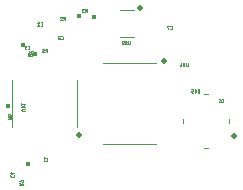
<source format=gbr>
G04 EAGLE Gerber RS-274X export*
G75*
%MOMM*%
%FSLAX34Y34*%
%LPD*%
%INSilkscreen Bottom*%
%IPPOS*%
%AMOC8*
5,1,8,0,0,1.08239X$1,22.5*%
G01*
%ADD10C,0.500000*%
%ADD11C,0.120000*%
%ADD12C,0.025400*%
%ADD13R,0.300000X0.300000*%


D10*
X61690Y53912D03*
D11*
X59790Y61200D02*
X59790Y101200D01*
X4610Y101200D02*
X4610Y61200D01*
D12*
X13443Y74818D02*
X15461Y74818D01*
X13443Y74818D02*
X13388Y74820D01*
X13333Y74826D01*
X13278Y74836D01*
X13224Y74849D01*
X13172Y74867D01*
X13121Y74888D01*
X13071Y74913D01*
X13023Y74941D01*
X12978Y74973D01*
X12935Y75008D01*
X12894Y75045D01*
X12857Y75086D01*
X12822Y75129D01*
X12790Y75174D01*
X12762Y75222D01*
X12737Y75272D01*
X12716Y75323D01*
X12698Y75375D01*
X12685Y75429D01*
X12675Y75484D01*
X12669Y75539D01*
X12667Y75594D01*
X12669Y75649D01*
X12675Y75704D01*
X12685Y75759D01*
X12698Y75813D01*
X12716Y75865D01*
X12737Y75916D01*
X12762Y75966D01*
X12790Y76014D01*
X12822Y76059D01*
X12857Y76102D01*
X12894Y76143D01*
X12935Y76180D01*
X12978Y76215D01*
X13023Y76247D01*
X13071Y76275D01*
X13121Y76300D01*
X13172Y76321D01*
X13224Y76339D01*
X13278Y76352D01*
X13333Y76362D01*
X13388Y76368D01*
X13443Y76370D01*
X15461Y76370D01*
X15461Y78246D02*
X12667Y78246D01*
X14064Y78246D02*
X14297Y77858D01*
X14296Y77857D02*
X14319Y77823D01*
X14345Y77790D01*
X14374Y77760D01*
X14405Y77733D01*
X14439Y77708D01*
X14475Y77687D01*
X14512Y77669D01*
X14551Y77655D01*
X14591Y77644D01*
X14632Y77636D01*
X14673Y77632D01*
X14715Y77632D01*
X14756Y77636D01*
X14797Y77644D01*
X14837Y77655D01*
X14876Y77669D01*
X14914Y77687D01*
X14950Y77709D01*
X14983Y77733D01*
X15015Y77761D01*
X15043Y77791D01*
X15069Y77823D01*
X15092Y77858D01*
X15112Y77894D01*
X15128Y77933D01*
X15141Y77972D01*
X15150Y78013D01*
X15151Y78013D02*
X15161Y78080D01*
X15168Y78148D01*
X15171Y78216D01*
X15170Y78285D01*
X15165Y78353D01*
X15157Y78420D01*
X15145Y78487D01*
X15129Y78554D01*
X15109Y78619D01*
X15086Y78683D01*
X15059Y78746D01*
X15029Y78807D01*
X14996Y78867D01*
X14064Y78246D02*
X13831Y78634D01*
X13832Y78634D02*
X13809Y78668D01*
X13783Y78701D01*
X13754Y78731D01*
X13723Y78758D01*
X13689Y78783D01*
X13653Y78804D01*
X13616Y78822D01*
X13577Y78836D01*
X13537Y78847D01*
X13496Y78855D01*
X13455Y78859D01*
X13413Y78859D01*
X13372Y78855D01*
X13331Y78847D01*
X13291Y78836D01*
X13252Y78822D01*
X13214Y78804D01*
X13178Y78782D01*
X13145Y78758D01*
X13113Y78731D01*
X13085Y78700D01*
X13059Y78668D01*
X13036Y78633D01*
X13016Y78597D01*
X13000Y78558D01*
X12987Y78519D01*
X12978Y78478D01*
X12977Y78479D02*
X12967Y78412D01*
X12960Y78344D01*
X12957Y78276D01*
X12958Y78207D01*
X12963Y78139D01*
X12971Y78072D01*
X12983Y78005D01*
X12999Y77938D01*
X13019Y77873D01*
X13042Y77809D01*
X13069Y77746D01*
X13099Y77685D01*
X13132Y77625D01*
X14840Y80030D02*
X15461Y80806D01*
X12667Y80806D01*
X12667Y80030D02*
X12667Y81582D01*
D10*
X113390Y162025D03*
D11*
X108350Y160125D02*
X95850Y160125D01*
X95850Y136875D02*
X108350Y136875D01*
D12*
X104482Y133796D02*
X104482Y131778D01*
X104480Y131723D01*
X104474Y131668D01*
X104464Y131613D01*
X104451Y131559D01*
X104433Y131507D01*
X104412Y131456D01*
X104387Y131406D01*
X104359Y131358D01*
X104327Y131313D01*
X104292Y131270D01*
X104255Y131229D01*
X104214Y131192D01*
X104171Y131157D01*
X104126Y131125D01*
X104078Y131097D01*
X104028Y131072D01*
X103977Y131051D01*
X103925Y131033D01*
X103871Y131020D01*
X103816Y131010D01*
X103761Y131004D01*
X103706Y131002D01*
X103651Y131004D01*
X103596Y131010D01*
X103541Y131020D01*
X103487Y131033D01*
X103435Y131051D01*
X103384Y131072D01*
X103334Y131097D01*
X103286Y131125D01*
X103241Y131157D01*
X103198Y131192D01*
X103157Y131229D01*
X103120Y131270D01*
X103085Y131313D01*
X103053Y131358D01*
X103025Y131406D01*
X103000Y131456D01*
X102979Y131507D01*
X102961Y131559D01*
X102948Y131613D01*
X102938Y131668D01*
X102932Y131723D01*
X102930Y131778D01*
X102930Y133796D01*
X101054Y133796D02*
X101054Y131002D01*
X101054Y132399D02*
X101442Y132632D01*
X101443Y132631D02*
X101477Y132654D01*
X101510Y132680D01*
X101540Y132709D01*
X101567Y132740D01*
X101592Y132774D01*
X101613Y132810D01*
X101631Y132847D01*
X101645Y132886D01*
X101656Y132926D01*
X101664Y132967D01*
X101668Y133008D01*
X101668Y133050D01*
X101664Y133091D01*
X101656Y133132D01*
X101645Y133172D01*
X101631Y133211D01*
X101613Y133249D01*
X101591Y133285D01*
X101567Y133318D01*
X101539Y133350D01*
X101509Y133378D01*
X101477Y133404D01*
X101442Y133427D01*
X101406Y133447D01*
X101367Y133463D01*
X101328Y133476D01*
X101287Y133485D01*
X101287Y133486D02*
X101220Y133496D01*
X101152Y133503D01*
X101084Y133506D01*
X101015Y133505D01*
X100947Y133500D01*
X100880Y133492D01*
X100813Y133480D01*
X100746Y133464D01*
X100681Y133444D01*
X100617Y133421D01*
X100554Y133394D01*
X100493Y133364D01*
X100433Y133331D01*
X101054Y132399D02*
X100666Y132166D01*
X100666Y132167D02*
X100632Y132144D01*
X100599Y132118D01*
X100569Y132089D01*
X100542Y132058D01*
X100517Y132024D01*
X100496Y131988D01*
X100478Y131951D01*
X100464Y131912D01*
X100453Y131872D01*
X100445Y131831D01*
X100441Y131790D01*
X100441Y131748D01*
X100445Y131707D01*
X100453Y131666D01*
X100464Y131626D01*
X100478Y131587D01*
X100496Y131549D01*
X100518Y131513D01*
X100542Y131480D01*
X100569Y131448D01*
X100600Y131420D01*
X100632Y131394D01*
X100667Y131371D01*
X100703Y131351D01*
X100742Y131335D01*
X100781Y131322D01*
X100822Y131313D01*
X100821Y131312D02*
X100888Y131302D01*
X100956Y131295D01*
X101024Y131292D01*
X101093Y131293D01*
X101161Y131298D01*
X101228Y131306D01*
X101296Y131318D01*
X101362Y131334D01*
X101427Y131354D01*
X101491Y131377D01*
X101554Y131404D01*
X101615Y131434D01*
X101675Y131467D01*
X98416Y133797D02*
X98366Y133795D01*
X98317Y133790D01*
X98267Y133781D01*
X98219Y133769D01*
X98172Y133753D01*
X98126Y133734D01*
X98081Y133711D01*
X98038Y133686D01*
X97997Y133658D01*
X97958Y133626D01*
X97922Y133592D01*
X97888Y133556D01*
X97856Y133517D01*
X97828Y133476D01*
X97803Y133433D01*
X97780Y133388D01*
X97761Y133342D01*
X97745Y133295D01*
X97733Y133247D01*
X97724Y133197D01*
X97719Y133148D01*
X97717Y133098D01*
X98416Y133796D02*
X98472Y133794D01*
X98529Y133789D01*
X98584Y133780D01*
X98639Y133768D01*
X98693Y133752D01*
X98746Y133733D01*
X98798Y133710D01*
X98848Y133685D01*
X98897Y133656D01*
X98944Y133624D01*
X98988Y133590D01*
X99030Y133553D01*
X99070Y133513D01*
X99108Y133470D01*
X99142Y133426D01*
X99174Y133379D01*
X99202Y133330D01*
X99228Y133280D01*
X99250Y133228D01*
X99269Y133175D01*
X97951Y132555D02*
X97915Y132591D01*
X97882Y132629D01*
X97852Y132670D01*
X97825Y132712D01*
X97800Y132757D01*
X97779Y132803D01*
X97760Y132850D01*
X97745Y132898D01*
X97733Y132947D01*
X97725Y132997D01*
X97720Y133047D01*
X97718Y133098D01*
X97951Y132554D02*
X99270Y131002D01*
X97718Y131002D01*
D13*
X13700Y130800D03*
D12*
X22254Y125223D02*
X22254Y122429D01*
X22254Y125223D02*
X21478Y125223D01*
X21423Y125221D01*
X21368Y125215D01*
X21313Y125205D01*
X21259Y125192D01*
X21207Y125174D01*
X21156Y125153D01*
X21106Y125128D01*
X21058Y125100D01*
X21013Y125068D01*
X20970Y125033D01*
X20929Y124996D01*
X20892Y124955D01*
X20857Y124912D01*
X20825Y124867D01*
X20797Y124819D01*
X20772Y124769D01*
X20751Y124718D01*
X20733Y124666D01*
X20720Y124612D01*
X20710Y124557D01*
X20704Y124502D01*
X20702Y124447D01*
X20704Y124392D01*
X20710Y124337D01*
X20720Y124282D01*
X20733Y124228D01*
X20751Y124176D01*
X20772Y124125D01*
X20797Y124075D01*
X20825Y124027D01*
X20857Y123982D01*
X20892Y123939D01*
X20929Y123898D01*
X20970Y123861D01*
X21013Y123826D01*
X21058Y123794D01*
X21106Y123766D01*
X21156Y123741D01*
X21207Y123720D01*
X21259Y123702D01*
X21313Y123689D01*
X21368Y123679D01*
X21423Y123673D01*
X21478Y123671D01*
X22254Y123671D01*
X21323Y123671D02*
X20702Y122429D01*
X19529Y124602D02*
X18753Y125223D01*
X18753Y122429D01*
X19529Y122429D02*
X17977Y122429D01*
D13*
X61400Y154700D03*
D12*
X49554Y154323D02*
X49554Y151529D01*
X49554Y154323D02*
X48778Y154323D01*
X48723Y154321D01*
X48668Y154315D01*
X48613Y154305D01*
X48559Y154292D01*
X48507Y154274D01*
X48456Y154253D01*
X48406Y154228D01*
X48358Y154200D01*
X48313Y154168D01*
X48270Y154133D01*
X48229Y154096D01*
X48192Y154055D01*
X48157Y154012D01*
X48125Y153967D01*
X48097Y153919D01*
X48072Y153869D01*
X48051Y153818D01*
X48033Y153766D01*
X48020Y153712D01*
X48010Y153657D01*
X48004Y153602D01*
X48002Y153547D01*
X48004Y153492D01*
X48010Y153437D01*
X48020Y153382D01*
X48033Y153328D01*
X48051Y153276D01*
X48072Y153225D01*
X48097Y153175D01*
X48125Y153127D01*
X48157Y153082D01*
X48192Y153039D01*
X48229Y152998D01*
X48270Y152961D01*
X48313Y152926D01*
X48358Y152894D01*
X48406Y152866D01*
X48456Y152841D01*
X48507Y152820D01*
X48559Y152802D01*
X48613Y152789D01*
X48668Y152779D01*
X48723Y152773D01*
X48778Y152771D01*
X49554Y152771D01*
X48623Y152771D02*
X48002Y151529D01*
X45277Y153625D02*
X45279Y153675D01*
X45284Y153724D01*
X45293Y153774D01*
X45305Y153822D01*
X45321Y153869D01*
X45340Y153915D01*
X45363Y153960D01*
X45388Y154003D01*
X45416Y154044D01*
X45448Y154083D01*
X45482Y154119D01*
X45518Y154153D01*
X45557Y154185D01*
X45598Y154213D01*
X45641Y154238D01*
X45686Y154261D01*
X45732Y154280D01*
X45779Y154296D01*
X45827Y154308D01*
X45877Y154317D01*
X45926Y154322D01*
X45976Y154324D01*
X45976Y154323D02*
X46032Y154321D01*
X46089Y154316D01*
X46144Y154307D01*
X46199Y154295D01*
X46253Y154279D01*
X46306Y154260D01*
X46358Y154237D01*
X46408Y154212D01*
X46457Y154183D01*
X46504Y154151D01*
X46548Y154117D01*
X46590Y154080D01*
X46630Y154040D01*
X46668Y153997D01*
X46702Y153953D01*
X46734Y153906D01*
X46762Y153857D01*
X46788Y153807D01*
X46810Y153755D01*
X46829Y153702D01*
X45510Y153082D02*
X45474Y153118D01*
X45441Y153156D01*
X45411Y153197D01*
X45384Y153239D01*
X45359Y153284D01*
X45338Y153330D01*
X45319Y153377D01*
X45304Y153425D01*
X45292Y153474D01*
X45284Y153524D01*
X45279Y153574D01*
X45277Y153625D01*
X45510Y153081D02*
X46829Y151529D01*
X45277Y151529D01*
D13*
X74100Y153800D03*
D12*
X68154Y158529D02*
X68154Y161323D01*
X67378Y161323D01*
X67323Y161321D01*
X67268Y161315D01*
X67213Y161305D01*
X67159Y161292D01*
X67107Y161274D01*
X67056Y161253D01*
X67006Y161228D01*
X66958Y161200D01*
X66913Y161168D01*
X66870Y161133D01*
X66829Y161096D01*
X66792Y161055D01*
X66757Y161012D01*
X66725Y160967D01*
X66697Y160919D01*
X66672Y160869D01*
X66651Y160818D01*
X66633Y160766D01*
X66620Y160712D01*
X66610Y160657D01*
X66604Y160602D01*
X66602Y160547D01*
X66604Y160492D01*
X66610Y160437D01*
X66620Y160382D01*
X66633Y160328D01*
X66651Y160276D01*
X66672Y160225D01*
X66697Y160175D01*
X66725Y160127D01*
X66757Y160082D01*
X66792Y160039D01*
X66829Y159998D01*
X66870Y159961D01*
X66913Y159926D01*
X66958Y159894D01*
X67006Y159866D01*
X67056Y159841D01*
X67107Y159820D01*
X67159Y159802D01*
X67213Y159789D01*
X67268Y159779D01*
X67323Y159773D01*
X67378Y159771D01*
X68154Y159771D01*
X67223Y159771D02*
X66602Y158529D01*
X65429Y158529D02*
X64653Y158529D01*
X64598Y158531D01*
X64543Y158537D01*
X64488Y158547D01*
X64434Y158560D01*
X64382Y158578D01*
X64331Y158599D01*
X64281Y158624D01*
X64233Y158652D01*
X64188Y158684D01*
X64145Y158719D01*
X64104Y158756D01*
X64067Y158797D01*
X64032Y158840D01*
X64000Y158885D01*
X63972Y158933D01*
X63947Y158983D01*
X63926Y159034D01*
X63908Y159086D01*
X63895Y159140D01*
X63885Y159195D01*
X63879Y159250D01*
X63877Y159305D01*
X63879Y159360D01*
X63885Y159415D01*
X63895Y159470D01*
X63908Y159524D01*
X63926Y159576D01*
X63947Y159627D01*
X63972Y159677D01*
X64000Y159725D01*
X64032Y159770D01*
X64067Y159813D01*
X64104Y159854D01*
X64145Y159891D01*
X64188Y159926D01*
X64233Y159958D01*
X64281Y159986D01*
X64331Y160011D01*
X64382Y160032D01*
X64434Y160050D01*
X64488Y160063D01*
X64543Y160073D01*
X64598Y160079D01*
X64653Y160081D01*
X64498Y161323D02*
X65429Y161323D01*
X64498Y161323D02*
X64449Y161321D01*
X64401Y161315D01*
X64353Y161306D01*
X64306Y161293D01*
X64260Y161276D01*
X64216Y161255D01*
X64174Y161231D01*
X64133Y161204D01*
X64095Y161174D01*
X64059Y161141D01*
X64026Y161105D01*
X63996Y161067D01*
X63969Y161026D01*
X63945Y160984D01*
X63924Y160940D01*
X63907Y160894D01*
X63894Y160847D01*
X63885Y160799D01*
X63879Y160751D01*
X63877Y160702D01*
X63879Y160653D01*
X63885Y160605D01*
X63894Y160557D01*
X63907Y160510D01*
X63924Y160464D01*
X63945Y160420D01*
X63969Y160378D01*
X63996Y160337D01*
X64026Y160299D01*
X64059Y160263D01*
X64095Y160230D01*
X64133Y160200D01*
X64174Y160173D01*
X64216Y160149D01*
X64260Y160128D01*
X64306Y160111D01*
X64353Y160098D01*
X64401Y160089D01*
X64449Y160083D01*
X64498Y160081D01*
X65119Y160081D01*
D13*
X24500Y122600D03*
D12*
X34554Y124329D02*
X34554Y127123D01*
X33778Y127123D01*
X33723Y127121D01*
X33668Y127115D01*
X33613Y127105D01*
X33559Y127092D01*
X33507Y127074D01*
X33456Y127053D01*
X33406Y127028D01*
X33358Y127000D01*
X33313Y126968D01*
X33270Y126933D01*
X33229Y126896D01*
X33192Y126855D01*
X33157Y126812D01*
X33125Y126767D01*
X33097Y126719D01*
X33072Y126669D01*
X33051Y126618D01*
X33033Y126566D01*
X33020Y126512D01*
X33010Y126457D01*
X33004Y126402D01*
X33002Y126347D01*
X33004Y126292D01*
X33010Y126237D01*
X33020Y126182D01*
X33033Y126128D01*
X33051Y126076D01*
X33072Y126025D01*
X33097Y125975D01*
X33125Y125927D01*
X33157Y125882D01*
X33192Y125839D01*
X33229Y125798D01*
X33270Y125761D01*
X33313Y125726D01*
X33358Y125694D01*
X33406Y125666D01*
X33456Y125641D01*
X33507Y125620D01*
X33559Y125602D01*
X33613Y125589D01*
X33668Y125579D01*
X33723Y125573D01*
X33778Y125571D01*
X34554Y125571D01*
X33623Y125571D02*
X33002Y124329D01*
X31829Y124329D02*
X30898Y124329D01*
X30849Y124331D01*
X30801Y124337D01*
X30753Y124346D01*
X30706Y124359D01*
X30660Y124376D01*
X30616Y124397D01*
X30574Y124420D01*
X30533Y124448D01*
X30495Y124478D01*
X30459Y124511D01*
X30426Y124547D01*
X30396Y124585D01*
X30369Y124625D01*
X30345Y124668D01*
X30324Y124712D01*
X30307Y124758D01*
X30294Y124805D01*
X30285Y124853D01*
X30279Y124901D01*
X30277Y124950D01*
X30277Y125260D01*
X30279Y125309D01*
X30285Y125357D01*
X30294Y125405D01*
X30307Y125452D01*
X30324Y125498D01*
X30345Y125542D01*
X30369Y125584D01*
X30396Y125625D01*
X30426Y125663D01*
X30459Y125699D01*
X30495Y125732D01*
X30533Y125762D01*
X30574Y125790D01*
X30616Y125813D01*
X30660Y125834D01*
X30706Y125851D01*
X30753Y125864D01*
X30801Y125873D01*
X30849Y125879D01*
X30898Y125881D01*
X31829Y125881D01*
X31829Y127123D01*
X30277Y127123D01*
D13*
X900Y78800D03*
D12*
X1377Y67577D02*
X4171Y67577D01*
X4171Y68353D01*
X4169Y68408D01*
X4163Y68463D01*
X4153Y68518D01*
X4140Y68572D01*
X4122Y68624D01*
X4101Y68675D01*
X4076Y68725D01*
X4048Y68773D01*
X4016Y68818D01*
X3981Y68861D01*
X3944Y68902D01*
X3903Y68939D01*
X3860Y68974D01*
X3815Y69006D01*
X3767Y69034D01*
X3717Y69059D01*
X3666Y69080D01*
X3614Y69098D01*
X3560Y69111D01*
X3505Y69121D01*
X3450Y69127D01*
X3395Y69129D01*
X3340Y69127D01*
X3285Y69121D01*
X3230Y69111D01*
X3176Y69098D01*
X3124Y69080D01*
X3073Y69059D01*
X3023Y69034D01*
X2975Y69006D01*
X2930Y68974D01*
X2887Y68939D01*
X2846Y68902D01*
X2809Y68861D01*
X2774Y68818D01*
X2742Y68773D01*
X2714Y68725D01*
X2689Y68675D01*
X2668Y68624D01*
X2650Y68572D01*
X2637Y68518D01*
X2627Y68463D01*
X2621Y68408D01*
X2619Y68353D01*
X2619Y67577D01*
X2619Y68508D02*
X1377Y69129D01*
X2929Y70302D02*
X2929Y71233D01*
X2927Y71282D01*
X2921Y71330D01*
X2912Y71378D01*
X2899Y71425D01*
X2882Y71471D01*
X2861Y71515D01*
X2837Y71557D01*
X2810Y71598D01*
X2780Y71636D01*
X2747Y71672D01*
X2711Y71705D01*
X2673Y71735D01*
X2632Y71762D01*
X2590Y71786D01*
X2546Y71807D01*
X2500Y71824D01*
X2453Y71837D01*
X2405Y71846D01*
X2357Y71852D01*
X2308Y71854D01*
X2153Y71854D01*
X2098Y71852D01*
X2043Y71846D01*
X1988Y71836D01*
X1934Y71823D01*
X1882Y71805D01*
X1831Y71784D01*
X1781Y71759D01*
X1733Y71731D01*
X1688Y71699D01*
X1645Y71664D01*
X1604Y71627D01*
X1567Y71586D01*
X1532Y71543D01*
X1500Y71498D01*
X1472Y71450D01*
X1447Y71400D01*
X1426Y71349D01*
X1408Y71297D01*
X1395Y71243D01*
X1385Y71188D01*
X1379Y71133D01*
X1377Y71078D01*
X1379Y71023D01*
X1385Y70968D01*
X1395Y70913D01*
X1408Y70859D01*
X1426Y70807D01*
X1447Y70756D01*
X1472Y70706D01*
X1500Y70658D01*
X1532Y70613D01*
X1567Y70570D01*
X1604Y70529D01*
X1645Y70492D01*
X1688Y70457D01*
X1733Y70425D01*
X1781Y70397D01*
X1831Y70372D01*
X1882Y70351D01*
X1934Y70333D01*
X1988Y70320D01*
X2043Y70310D01*
X2098Y70304D01*
X2153Y70302D01*
X2929Y70302D01*
X2999Y70304D01*
X3068Y70310D01*
X3137Y70320D01*
X3205Y70333D01*
X3273Y70351D01*
X3339Y70372D01*
X3404Y70397D01*
X3468Y70425D01*
X3530Y70457D01*
X3590Y70492D01*
X3648Y70531D01*
X3703Y70573D01*
X3757Y70618D01*
X3807Y70666D01*
X3855Y70716D01*
X3900Y70770D01*
X3942Y70825D01*
X3981Y70883D01*
X4016Y70943D01*
X4048Y71005D01*
X4076Y71069D01*
X4101Y71134D01*
X4122Y71200D01*
X4140Y71268D01*
X4153Y71336D01*
X4163Y71405D01*
X4169Y71474D01*
X4171Y71544D01*
D13*
X18100Y29700D03*
D12*
X13623Y11646D02*
X10829Y11646D01*
X13623Y11646D02*
X13623Y12422D01*
X13621Y12477D01*
X13615Y12532D01*
X13605Y12587D01*
X13592Y12641D01*
X13574Y12693D01*
X13553Y12744D01*
X13528Y12794D01*
X13500Y12842D01*
X13468Y12887D01*
X13433Y12930D01*
X13396Y12971D01*
X13355Y13008D01*
X13312Y13043D01*
X13267Y13075D01*
X13219Y13103D01*
X13169Y13128D01*
X13118Y13149D01*
X13066Y13167D01*
X13012Y13180D01*
X12957Y13190D01*
X12902Y13196D01*
X12847Y13198D01*
X12792Y13196D01*
X12737Y13190D01*
X12682Y13180D01*
X12628Y13167D01*
X12576Y13149D01*
X12525Y13128D01*
X12475Y13103D01*
X12427Y13075D01*
X12382Y13043D01*
X12339Y13008D01*
X12298Y12971D01*
X12261Y12930D01*
X12226Y12887D01*
X12194Y12842D01*
X12166Y12794D01*
X12141Y12744D01*
X12120Y12693D01*
X12102Y12641D01*
X12089Y12587D01*
X12079Y12532D01*
X12073Y12477D01*
X12071Y12422D01*
X12071Y11646D01*
X12071Y12577D02*
X10829Y13198D01*
X13313Y14371D02*
X13623Y14371D01*
X13623Y15923D01*
X10829Y15147D01*
X31877Y32548D02*
X31877Y33169D01*
X31877Y32548D02*
X31879Y32499D01*
X31885Y32451D01*
X31894Y32403D01*
X31907Y32356D01*
X31924Y32310D01*
X31945Y32266D01*
X31969Y32224D01*
X31996Y32183D01*
X32026Y32145D01*
X32059Y32109D01*
X32095Y32076D01*
X32133Y32046D01*
X32174Y32019D01*
X32216Y31995D01*
X32260Y31974D01*
X32306Y31957D01*
X32353Y31944D01*
X32401Y31935D01*
X32449Y31929D01*
X32498Y31927D01*
X34050Y31927D01*
X34099Y31929D01*
X34147Y31935D01*
X34195Y31944D01*
X34242Y31957D01*
X34288Y31974D01*
X34332Y31995D01*
X34374Y32019D01*
X34415Y32046D01*
X34453Y32076D01*
X34489Y32109D01*
X34522Y32145D01*
X34552Y32183D01*
X34579Y32224D01*
X34603Y32266D01*
X34624Y32310D01*
X34641Y32356D01*
X34654Y32403D01*
X34663Y32451D01*
X34669Y32499D01*
X34671Y32548D01*
X34671Y33169D01*
X34050Y34221D02*
X34671Y34997D01*
X31877Y34997D01*
X31877Y34221D02*
X31877Y35773D01*
X29452Y146877D02*
X28831Y146877D01*
X29452Y146877D02*
X29501Y146879D01*
X29549Y146885D01*
X29597Y146894D01*
X29644Y146907D01*
X29690Y146924D01*
X29734Y146945D01*
X29776Y146969D01*
X29817Y146996D01*
X29855Y147026D01*
X29891Y147059D01*
X29924Y147095D01*
X29954Y147133D01*
X29981Y147174D01*
X30005Y147216D01*
X30026Y147260D01*
X30043Y147306D01*
X30056Y147353D01*
X30065Y147401D01*
X30071Y147449D01*
X30073Y147498D01*
X30073Y149050D01*
X30071Y149099D01*
X30065Y149147D01*
X30056Y149195D01*
X30043Y149242D01*
X30026Y149288D01*
X30005Y149332D01*
X29981Y149374D01*
X29954Y149415D01*
X29924Y149453D01*
X29891Y149489D01*
X29855Y149522D01*
X29817Y149552D01*
X29776Y149579D01*
X29734Y149603D01*
X29690Y149624D01*
X29644Y149641D01*
X29597Y149654D01*
X29549Y149663D01*
X29501Y149669D01*
X29452Y149671D01*
X28831Y149671D01*
X26925Y149672D02*
X26875Y149670D01*
X26826Y149665D01*
X26776Y149656D01*
X26728Y149644D01*
X26681Y149628D01*
X26635Y149609D01*
X26590Y149586D01*
X26547Y149561D01*
X26506Y149533D01*
X26467Y149501D01*
X26431Y149467D01*
X26397Y149431D01*
X26365Y149392D01*
X26337Y149351D01*
X26312Y149308D01*
X26289Y149263D01*
X26270Y149217D01*
X26254Y149170D01*
X26242Y149122D01*
X26233Y149072D01*
X26228Y149023D01*
X26226Y148973D01*
X26925Y149671D02*
X26981Y149669D01*
X27038Y149664D01*
X27093Y149655D01*
X27148Y149643D01*
X27202Y149627D01*
X27255Y149608D01*
X27307Y149585D01*
X27357Y149560D01*
X27406Y149531D01*
X27453Y149499D01*
X27497Y149465D01*
X27539Y149428D01*
X27579Y149388D01*
X27617Y149345D01*
X27651Y149301D01*
X27683Y149254D01*
X27711Y149205D01*
X27737Y149155D01*
X27759Y149103D01*
X27778Y149050D01*
X26460Y148430D02*
X26424Y148466D01*
X26391Y148504D01*
X26361Y148545D01*
X26334Y148587D01*
X26309Y148632D01*
X26288Y148678D01*
X26269Y148725D01*
X26254Y148773D01*
X26242Y148822D01*
X26234Y148872D01*
X26229Y148922D01*
X26227Y148973D01*
X26460Y148429D02*
X27779Y146877D01*
X26227Y146877D01*
X46282Y135129D02*
X46902Y135129D01*
X46951Y135131D01*
X46999Y135137D01*
X47047Y135146D01*
X47094Y135159D01*
X47140Y135176D01*
X47184Y135197D01*
X47226Y135221D01*
X47267Y135248D01*
X47305Y135278D01*
X47341Y135311D01*
X47374Y135347D01*
X47404Y135385D01*
X47431Y135426D01*
X47455Y135468D01*
X47476Y135512D01*
X47493Y135558D01*
X47506Y135605D01*
X47515Y135653D01*
X47521Y135701D01*
X47523Y135750D01*
X47523Y137302D01*
X47521Y137351D01*
X47515Y137399D01*
X47506Y137447D01*
X47493Y137494D01*
X47476Y137540D01*
X47455Y137584D01*
X47431Y137626D01*
X47404Y137667D01*
X47374Y137705D01*
X47341Y137741D01*
X47305Y137774D01*
X47267Y137804D01*
X47226Y137831D01*
X47184Y137855D01*
X47140Y137876D01*
X47094Y137893D01*
X47047Y137906D01*
X46999Y137915D01*
X46951Y137921D01*
X46902Y137923D01*
X46282Y137923D01*
X45229Y135129D02*
X44453Y135129D01*
X44398Y135131D01*
X44343Y135137D01*
X44288Y135147D01*
X44234Y135160D01*
X44182Y135178D01*
X44131Y135199D01*
X44081Y135224D01*
X44033Y135252D01*
X43988Y135284D01*
X43945Y135319D01*
X43904Y135356D01*
X43867Y135397D01*
X43832Y135440D01*
X43800Y135485D01*
X43772Y135533D01*
X43747Y135583D01*
X43726Y135634D01*
X43708Y135686D01*
X43695Y135740D01*
X43685Y135795D01*
X43679Y135850D01*
X43677Y135905D01*
X43679Y135960D01*
X43685Y136015D01*
X43695Y136070D01*
X43708Y136124D01*
X43726Y136176D01*
X43747Y136227D01*
X43772Y136277D01*
X43800Y136325D01*
X43832Y136370D01*
X43867Y136413D01*
X43904Y136454D01*
X43945Y136491D01*
X43988Y136526D01*
X44033Y136558D01*
X44081Y136586D01*
X44131Y136611D01*
X44182Y136632D01*
X44234Y136650D01*
X44288Y136663D01*
X44343Y136673D01*
X44398Y136679D01*
X44453Y136681D01*
X44298Y137923D02*
X45229Y137923D01*
X44298Y137923D02*
X44249Y137921D01*
X44201Y137915D01*
X44153Y137906D01*
X44106Y137893D01*
X44060Y137876D01*
X44016Y137855D01*
X43974Y137831D01*
X43933Y137804D01*
X43895Y137774D01*
X43859Y137741D01*
X43826Y137705D01*
X43796Y137667D01*
X43769Y137626D01*
X43745Y137584D01*
X43724Y137540D01*
X43707Y137494D01*
X43694Y137447D01*
X43685Y137399D01*
X43679Y137351D01*
X43677Y137302D01*
X43679Y137253D01*
X43685Y137205D01*
X43694Y137157D01*
X43707Y137110D01*
X43724Y137064D01*
X43745Y137020D01*
X43769Y136978D01*
X43796Y136937D01*
X43826Y136899D01*
X43859Y136863D01*
X43895Y136830D01*
X43933Y136800D01*
X43974Y136773D01*
X44016Y136749D01*
X44060Y136728D01*
X44106Y136711D01*
X44153Y136698D01*
X44201Y136689D01*
X44249Y136683D01*
X44298Y136681D01*
X44919Y136681D01*
X18502Y127027D02*
X17881Y127027D01*
X18502Y127027D02*
X18551Y127029D01*
X18599Y127035D01*
X18647Y127044D01*
X18694Y127057D01*
X18740Y127074D01*
X18784Y127095D01*
X18826Y127119D01*
X18867Y127146D01*
X18905Y127176D01*
X18941Y127209D01*
X18974Y127245D01*
X19004Y127283D01*
X19031Y127324D01*
X19055Y127366D01*
X19076Y127410D01*
X19093Y127456D01*
X19106Y127503D01*
X19115Y127551D01*
X19121Y127599D01*
X19123Y127648D01*
X19123Y129200D01*
X19121Y129249D01*
X19115Y129297D01*
X19106Y129345D01*
X19093Y129392D01*
X19076Y129438D01*
X19055Y129482D01*
X19031Y129524D01*
X19004Y129565D01*
X18974Y129603D01*
X18941Y129639D01*
X18905Y129672D01*
X18867Y129702D01*
X18826Y129729D01*
X18784Y129753D01*
X18740Y129774D01*
X18694Y129791D01*
X18647Y129804D01*
X18599Y129813D01*
X18551Y129819D01*
X18502Y129821D01*
X17881Y129821D01*
X16829Y127027D02*
X15898Y127027D01*
X15849Y127029D01*
X15801Y127035D01*
X15753Y127044D01*
X15706Y127057D01*
X15660Y127074D01*
X15616Y127095D01*
X15574Y127118D01*
X15533Y127146D01*
X15495Y127176D01*
X15459Y127209D01*
X15426Y127245D01*
X15396Y127283D01*
X15369Y127323D01*
X15345Y127366D01*
X15324Y127410D01*
X15307Y127456D01*
X15294Y127503D01*
X15285Y127551D01*
X15279Y127599D01*
X15277Y127648D01*
X15277Y127958D01*
X15279Y128007D01*
X15285Y128055D01*
X15294Y128103D01*
X15307Y128150D01*
X15324Y128196D01*
X15345Y128240D01*
X15369Y128282D01*
X15396Y128323D01*
X15426Y128361D01*
X15459Y128397D01*
X15495Y128430D01*
X15533Y128460D01*
X15574Y128488D01*
X15616Y128511D01*
X15660Y128532D01*
X15706Y128549D01*
X15753Y128562D01*
X15801Y128571D01*
X15849Y128577D01*
X15898Y128579D01*
X16829Y128579D01*
X16829Y129821D01*
X15277Y129821D01*
X182432Y81929D02*
X183052Y81929D01*
X183101Y81931D01*
X183149Y81937D01*
X183197Y81946D01*
X183244Y81959D01*
X183290Y81976D01*
X183334Y81997D01*
X183376Y82021D01*
X183417Y82048D01*
X183455Y82078D01*
X183491Y82111D01*
X183524Y82147D01*
X183554Y82185D01*
X183581Y82226D01*
X183605Y82268D01*
X183626Y82312D01*
X183643Y82358D01*
X183656Y82405D01*
X183665Y82453D01*
X183671Y82501D01*
X183673Y82550D01*
X183673Y84102D01*
X183671Y84151D01*
X183665Y84199D01*
X183656Y84247D01*
X183643Y84294D01*
X183626Y84340D01*
X183605Y84384D01*
X183581Y84426D01*
X183554Y84467D01*
X183524Y84505D01*
X183491Y84541D01*
X183455Y84574D01*
X183417Y84604D01*
X183376Y84631D01*
X183334Y84655D01*
X183290Y84676D01*
X183244Y84693D01*
X183197Y84706D01*
X183149Y84715D01*
X183101Y84721D01*
X183052Y84723D01*
X182432Y84723D01*
X181379Y83481D02*
X180448Y83481D01*
X180399Y83479D01*
X180351Y83473D01*
X180303Y83464D01*
X180256Y83451D01*
X180210Y83434D01*
X180166Y83413D01*
X180124Y83389D01*
X180083Y83362D01*
X180045Y83332D01*
X180009Y83299D01*
X179976Y83263D01*
X179946Y83225D01*
X179919Y83184D01*
X179895Y83142D01*
X179874Y83098D01*
X179857Y83052D01*
X179844Y83005D01*
X179835Y82957D01*
X179829Y82909D01*
X179827Y82860D01*
X179827Y82705D01*
X179829Y82650D01*
X179835Y82595D01*
X179845Y82540D01*
X179858Y82486D01*
X179876Y82434D01*
X179897Y82383D01*
X179922Y82333D01*
X179950Y82285D01*
X179982Y82240D01*
X180017Y82197D01*
X180054Y82156D01*
X180095Y82119D01*
X180138Y82084D01*
X180183Y82052D01*
X180231Y82024D01*
X180281Y81999D01*
X180332Y81978D01*
X180384Y81960D01*
X180438Y81947D01*
X180493Y81937D01*
X180548Y81931D01*
X180603Y81929D01*
X180658Y81931D01*
X180713Y81937D01*
X180768Y81947D01*
X180822Y81960D01*
X180874Y81978D01*
X180925Y81999D01*
X180975Y82024D01*
X181023Y82052D01*
X181068Y82084D01*
X181111Y82119D01*
X181152Y82156D01*
X181189Y82197D01*
X181224Y82240D01*
X181256Y82285D01*
X181284Y82333D01*
X181309Y82383D01*
X181330Y82434D01*
X181348Y82486D01*
X181361Y82540D01*
X181371Y82595D01*
X181377Y82650D01*
X181379Y82705D01*
X181379Y83481D01*
X181377Y83551D01*
X181371Y83620D01*
X181361Y83689D01*
X181348Y83757D01*
X181330Y83825D01*
X181309Y83891D01*
X181284Y83956D01*
X181256Y84020D01*
X181224Y84082D01*
X181189Y84142D01*
X181150Y84200D01*
X181108Y84255D01*
X181063Y84309D01*
X181015Y84359D01*
X180965Y84407D01*
X180911Y84452D01*
X180856Y84494D01*
X180798Y84533D01*
X180738Y84568D01*
X180676Y84600D01*
X180612Y84628D01*
X180547Y84653D01*
X180481Y84674D01*
X180413Y84692D01*
X180345Y84705D01*
X180276Y84715D01*
X180207Y84721D01*
X180137Y84723D01*
X139352Y144077D02*
X138731Y144077D01*
X139352Y144077D02*
X139401Y144079D01*
X139449Y144085D01*
X139497Y144094D01*
X139544Y144107D01*
X139590Y144124D01*
X139634Y144145D01*
X139676Y144169D01*
X139717Y144196D01*
X139755Y144226D01*
X139791Y144259D01*
X139824Y144295D01*
X139854Y144333D01*
X139881Y144374D01*
X139905Y144416D01*
X139926Y144460D01*
X139943Y144506D01*
X139956Y144553D01*
X139965Y144601D01*
X139971Y144649D01*
X139973Y144698D01*
X139973Y146250D01*
X139971Y146299D01*
X139965Y146347D01*
X139956Y146395D01*
X139943Y146442D01*
X139926Y146488D01*
X139905Y146532D01*
X139881Y146574D01*
X139854Y146615D01*
X139824Y146653D01*
X139791Y146689D01*
X139755Y146722D01*
X139717Y146752D01*
X139676Y146779D01*
X139634Y146803D01*
X139590Y146824D01*
X139544Y146841D01*
X139497Y146854D01*
X139449Y146863D01*
X139401Y146869D01*
X139352Y146871D01*
X138731Y146871D01*
X137679Y146871D02*
X137679Y146561D01*
X137679Y146871D02*
X136127Y146871D01*
X136903Y144077D01*
D10*
X133538Y117324D03*
D11*
X126500Y115424D02*
X81500Y115424D01*
X81500Y46576D02*
X126500Y46576D01*
D12*
X153382Y113077D02*
X153382Y115095D01*
X153382Y113077D02*
X153380Y113022D01*
X153374Y112967D01*
X153364Y112912D01*
X153351Y112858D01*
X153333Y112806D01*
X153312Y112755D01*
X153287Y112705D01*
X153259Y112657D01*
X153227Y112612D01*
X153192Y112569D01*
X153155Y112528D01*
X153114Y112491D01*
X153071Y112456D01*
X153026Y112424D01*
X152978Y112396D01*
X152928Y112371D01*
X152877Y112350D01*
X152825Y112332D01*
X152771Y112319D01*
X152716Y112309D01*
X152661Y112303D01*
X152606Y112301D01*
X152551Y112303D01*
X152496Y112309D01*
X152441Y112319D01*
X152387Y112332D01*
X152335Y112350D01*
X152284Y112371D01*
X152234Y112396D01*
X152186Y112424D01*
X152141Y112456D01*
X152098Y112491D01*
X152057Y112528D01*
X152020Y112569D01*
X151985Y112612D01*
X151953Y112657D01*
X151925Y112705D01*
X151900Y112755D01*
X151879Y112806D01*
X151861Y112858D01*
X151848Y112912D01*
X151838Y112967D01*
X151832Y113022D01*
X151830Y113077D01*
X151830Y115095D01*
X149954Y115095D02*
X149954Y112301D01*
X149954Y113698D02*
X150342Y113931D01*
X150343Y113930D02*
X150377Y113953D01*
X150410Y113979D01*
X150440Y114008D01*
X150467Y114039D01*
X150492Y114073D01*
X150513Y114109D01*
X150531Y114146D01*
X150545Y114185D01*
X150556Y114225D01*
X150564Y114266D01*
X150568Y114307D01*
X150568Y114349D01*
X150564Y114390D01*
X150556Y114431D01*
X150545Y114471D01*
X150531Y114510D01*
X150513Y114548D01*
X150491Y114584D01*
X150467Y114617D01*
X150439Y114649D01*
X150409Y114677D01*
X150377Y114703D01*
X150342Y114726D01*
X150306Y114746D01*
X150267Y114762D01*
X150228Y114775D01*
X150187Y114784D01*
X150187Y114785D02*
X150120Y114795D01*
X150052Y114802D01*
X149984Y114805D01*
X149915Y114804D01*
X149847Y114799D01*
X149780Y114791D01*
X149713Y114779D01*
X149646Y114763D01*
X149581Y114743D01*
X149517Y114720D01*
X149454Y114693D01*
X149393Y114663D01*
X149333Y114630D01*
X149954Y113698D02*
X149566Y113465D01*
X149566Y113466D02*
X149532Y113443D01*
X149499Y113417D01*
X149469Y113388D01*
X149442Y113357D01*
X149417Y113323D01*
X149396Y113287D01*
X149378Y113250D01*
X149364Y113211D01*
X149353Y113171D01*
X149345Y113130D01*
X149341Y113089D01*
X149341Y113047D01*
X149345Y113006D01*
X149353Y112965D01*
X149364Y112925D01*
X149378Y112886D01*
X149396Y112848D01*
X149418Y112812D01*
X149442Y112779D01*
X149469Y112747D01*
X149500Y112719D01*
X149532Y112693D01*
X149567Y112670D01*
X149603Y112650D01*
X149642Y112634D01*
X149681Y112621D01*
X149722Y112612D01*
X149721Y112611D02*
X149788Y112601D01*
X149856Y112594D01*
X149924Y112591D01*
X149993Y112592D01*
X150061Y112597D01*
X150128Y112605D01*
X150196Y112617D01*
X150262Y112633D01*
X150327Y112653D01*
X150391Y112676D01*
X150454Y112703D01*
X150515Y112733D01*
X150575Y112766D01*
X148170Y112922D02*
X147549Y115095D01*
X148170Y112922D02*
X146618Y112922D01*
X147084Y113543D02*
X147084Y112301D01*
X3329Y20168D02*
X3329Y19548D01*
X3331Y19499D01*
X3337Y19451D01*
X3346Y19403D01*
X3359Y19356D01*
X3376Y19310D01*
X3397Y19266D01*
X3421Y19224D01*
X3448Y19183D01*
X3478Y19145D01*
X3511Y19109D01*
X3547Y19076D01*
X3585Y19046D01*
X3626Y19019D01*
X3668Y18995D01*
X3712Y18974D01*
X3758Y18957D01*
X3805Y18944D01*
X3853Y18935D01*
X3901Y18929D01*
X3950Y18927D01*
X5502Y18927D01*
X5551Y18929D01*
X5599Y18935D01*
X5647Y18944D01*
X5694Y18957D01*
X5740Y18974D01*
X5784Y18995D01*
X5826Y19019D01*
X5867Y19046D01*
X5905Y19076D01*
X5941Y19109D01*
X5974Y19145D01*
X6004Y19183D01*
X6031Y19224D01*
X6055Y19266D01*
X6076Y19310D01*
X6093Y19356D01*
X6106Y19403D01*
X6115Y19451D01*
X6121Y19499D01*
X6123Y19548D01*
X6123Y20168D01*
X6123Y21842D02*
X3950Y21221D01*
X3950Y22773D01*
X4571Y22307D02*
X3329Y22307D01*
X20632Y120829D02*
X21252Y120829D01*
X21301Y120831D01*
X21349Y120837D01*
X21397Y120846D01*
X21444Y120859D01*
X21490Y120876D01*
X21534Y120897D01*
X21576Y120921D01*
X21617Y120948D01*
X21655Y120978D01*
X21691Y121011D01*
X21724Y121047D01*
X21754Y121085D01*
X21781Y121126D01*
X21805Y121168D01*
X21826Y121212D01*
X21843Y121258D01*
X21856Y121305D01*
X21865Y121353D01*
X21871Y121401D01*
X21873Y121450D01*
X21873Y123002D01*
X21871Y123051D01*
X21865Y123099D01*
X21856Y123147D01*
X21843Y123194D01*
X21826Y123240D01*
X21805Y123284D01*
X21781Y123326D01*
X21754Y123367D01*
X21724Y123405D01*
X21691Y123441D01*
X21655Y123474D01*
X21617Y123504D01*
X21576Y123531D01*
X21534Y123555D01*
X21490Y123576D01*
X21444Y123593D01*
X21397Y123606D01*
X21349Y123615D01*
X21301Y123621D01*
X21252Y123623D01*
X20632Y123623D01*
X19579Y121605D02*
X19577Y121660D01*
X19571Y121715D01*
X19561Y121770D01*
X19548Y121824D01*
X19530Y121876D01*
X19509Y121927D01*
X19484Y121977D01*
X19456Y122025D01*
X19424Y122070D01*
X19389Y122113D01*
X19352Y122154D01*
X19311Y122191D01*
X19268Y122226D01*
X19223Y122258D01*
X19175Y122286D01*
X19125Y122311D01*
X19074Y122332D01*
X19022Y122350D01*
X18968Y122363D01*
X18913Y122373D01*
X18858Y122379D01*
X18803Y122381D01*
X18748Y122379D01*
X18693Y122373D01*
X18638Y122363D01*
X18584Y122350D01*
X18532Y122332D01*
X18481Y122311D01*
X18431Y122286D01*
X18383Y122258D01*
X18338Y122226D01*
X18295Y122191D01*
X18254Y122154D01*
X18217Y122113D01*
X18182Y122070D01*
X18150Y122025D01*
X18122Y121977D01*
X18097Y121927D01*
X18076Y121876D01*
X18058Y121824D01*
X18045Y121770D01*
X18035Y121715D01*
X18029Y121660D01*
X18027Y121605D01*
X18029Y121550D01*
X18035Y121495D01*
X18045Y121440D01*
X18058Y121386D01*
X18076Y121334D01*
X18097Y121283D01*
X18122Y121233D01*
X18150Y121185D01*
X18182Y121140D01*
X18217Y121097D01*
X18254Y121056D01*
X18295Y121019D01*
X18338Y120984D01*
X18383Y120952D01*
X18431Y120924D01*
X18481Y120899D01*
X18532Y120878D01*
X18584Y120860D01*
X18638Y120847D01*
X18693Y120837D01*
X18748Y120831D01*
X18803Y120829D01*
X18858Y120831D01*
X18913Y120837D01*
X18968Y120847D01*
X19022Y120860D01*
X19074Y120878D01*
X19125Y120899D01*
X19175Y120924D01*
X19223Y120952D01*
X19268Y120984D01*
X19311Y121019D01*
X19352Y121056D01*
X19389Y121097D01*
X19424Y121140D01*
X19456Y121185D01*
X19484Y121233D01*
X19509Y121283D01*
X19530Y121334D01*
X19548Y121386D01*
X19561Y121440D01*
X19571Y121495D01*
X19577Y121550D01*
X19579Y121605D01*
X19424Y123002D02*
X19422Y123051D01*
X19416Y123099D01*
X19407Y123147D01*
X19394Y123194D01*
X19377Y123240D01*
X19356Y123284D01*
X19332Y123326D01*
X19305Y123367D01*
X19275Y123405D01*
X19242Y123441D01*
X19206Y123474D01*
X19168Y123504D01*
X19127Y123531D01*
X19085Y123555D01*
X19041Y123576D01*
X18995Y123593D01*
X18948Y123606D01*
X18900Y123615D01*
X18852Y123621D01*
X18803Y123623D01*
X18754Y123621D01*
X18706Y123615D01*
X18658Y123606D01*
X18611Y123593D01*
X18565Y123576D01*
X18521Y123555D01*
X18479Y123531D01*
X18438Y123504D01*
X18400Y123474D01*
X18364Y123441D01*
X18331Y123405D01*
X18301Y123367D01*
X18274Y123326D01*
X18250Y123284D01*
X18229Y123240D01*
X18212Y123194D01*
X18199Y123147D01*
X18190Y123099D01*
X18184Y123051D01*
X18182Y123002D01*
X18184Y122953D01*
X18190Y122905D01*
X18199Y122857D01*
X18212Y122810D01*
X18229Y122764D01*
X18250Y122720D01*
X18274Y122678D01*
X18301Y122637D01*
X18331Y122599D01*
X18364Y122563D01*
X18400Y122530D01*
X18438Y122500D01*
X18479Y122473D01*
X18521Y122449D01*
X18565Y122428D01*
X18611Y122411D01*
X18658Y122398D01*
X18706Y122389D01*
X18754Y122383D01*
X18803Y122381D01*
X18852Y122383D01*
X18900Y122389D01*
X18948Y122398D01*
X18995Y122411D01*
X19041Y122428D01*
X19085Y122449D01*
X19127Y122473D01*
X19168Y122500D01*
X19206Y122530D01*
X19242Y122563D01*
X19275Y122599D01*
X19305Y122637D01*
X19332Y122678D01*
X19356Y122720D01*
X19377Y122764D01*
X19394Y122810D01*
X19407Y122857D01*
X19416Y122905D01*
X19422Y122953D01*
X19424Y123002D01*
D10*
X192599Y53000D03*
D11*
X188159Y64599D02*
X188159Y67401D01*
X149841Y67401D02*
X149841Y64599D01*
X167599Y88659D02*
X170401Y88659D01*
X170401Y43341D02*
X167599Y43341D01*
D12*
X163382Y90912D02*
X163382Y92930D01*
X163382Y90912D02*
X163380Y90857D01*
X163374Y90802D01*
X163364Y90747D01*
X163351Y90693D01*
X163333Y90641D01*
X163312Y90590D01*
X163287Y90540D01*
X163259Y90492D01*
X163227Y90447D01*
X163192Y90404D01*
X163155Y90363D01*
X163114Y90326D01*
X163071Y90291D01*
X163026Y90259D01*
X162978Y90231D01*
X162928Y90206D01*
X162877Y90185D01*
X162825Y90167D01*
X162771Y90154D01*
X162716Y90144D01*
X162661Y90138D01*
X162606Y90136D01*
X162551Y90138D01*
X162496Y90144D01*
X162441Y90154D01*
X162387Y90167D01*
X162335Y90185D01*
X162284Y90206D01*
X162234Y90231D01*
X162186Y90259D01*
X162141Y90291D01*
X162098Y90326D01*
X162057Y90363D01*
X162020Y90404D01*
X161985Y90447D01*
X161953Y90492D01*
X161925Y90540D01*
X161900Y90590D01*
X161879Y90641D01*
X161861Y90693D01*
X161848Y90747D01*
X161838Y90802D01*
X161832Y90857D01*
X161830Y90912D01*
X161830Y92930D01*
X159954Y92930D02*
X159954Y90136D01*
X159954Y91533D02*
X160342Y91766D01*
X160343Y91765D02*
X160377Y91788D01*
X160410Y91814D01*
X160440Y91843D01*
X160467Y91874D01*
X160492Y91908D01*
X160513Y91944D01*
X160531Y91981D01*
X160545Y92020D01*
X160556Y92060D01*
X160564Y92101D01*
X160568Y92142D01*
X160568Y92184D01*
X160564Y92225D01*
X160556Y92266D01*
X160545Y92306D01*
X160531Y92345D01*
X160513Y92383D01*
X160491Y92419D01*
X160467Y92452D01*
X160439Y92484D01*
X160409Y92512D01*
X160377Y92538D01*
X160342Y92561D01*
X160306Y92581D01*
X160267Y92597D01*
X160228Y92610D01*
X160187Y92619D01*
X160187Y92620D02*
X160120Y92630D01*
X160052Y92637D01*
X159984Y92640D01*
X159915Y92639D01*
X159847Y92634D01*
X159780Y92626D01*
X159713Y92614D01*
X159646Y92598D01*
X159581Y92578D01*
X159517Y92555D01*
X159454Y92528D01*
X159393Y92498D01*
X159333Y92465D01*
X159954Y91533D02*
X159566Y91300D01*
X159566Y91301D02*
X159532Y91278D01*
X159499Y91252D01*
X159469Y91223D01*
X159442Y91192D01*
X159417Y91158D01*
X159396Y91122D01*
X159378Y91085D01*
X159364Y91046D01*
X159353Y91006D01*
X159345Y90965D01*
X159341Y90924D01*
X159341Y90882D01*
X159345Y90841D01*
X159353Y90800D01*
X159364Y90760D01*
X159378Y90721D01*
X159396Y90683D01*
X159418Y90647D01*
X159442Y90614D01*
X159469Y90582D01*
X159500Y90554D01*
X159532Y90528D01*
X159567Y90505D01*
X159603Y90485D01*
X159642Y90469D01*
X159681Y90456D01*
X159722Y90447D01*
X159721Y90446D02*
X159788Y90436D01*
X159856Y90429D01*
X159924Y90426D01*
X159993Y90427D01*
X160061Y90432D01*
X160128Y90440D01*
X160196Y90452D01*
X160262Y90468D01*
X160327Y90488D01*
X160391Y90511D01*
X160454Y90538D01*
X160515Y90568D01*
X160575Y90601D01*
X158170Y90136D02*
X157239Y90136D01*
X157190Y90138D01*
X157142Y90144D01*
X157094Y90153D01*
X157047Y90166D01*
X157001Y90183D01*
X156957Y90204D01*
X156915Y90227D01*
X156874Y90255D01*
X156836Y90285D01*
X156800Y90318D01*
X156767Y90354D01*
X156737Y90392D01*
X156710Y90432D01*
X156686Y90475D01*
X156665Y90519D01*
X156648Y90565D01*
X156635Y90612D01*
X156626Y90660D01*
X156620Y90708D01*
X156618Y90757D01*
X156618Y91067D01*
X156620Y91116D01*
X156626Y91164D01*
X156635Y91212D01*
X156648Y91259D01*
X156665Y91305D01*
X156686Y91349D01*
X156710Y91391D01*
X156737Y91432D01*
X156767Y91470D01*
X156800Y91506D01*
X156836Y91539D01*
X156874Y91569D01*
X156915Y91597D01*
X156957Y91620D01*
X157001Y91641D01*
X157047Y91658D01*
X157094Y91671D01*
X157142Y91680D01*
X157190Y91686D01*
X157239Y91688D01*
X158170Y91688D01*
X158170Y92930D01*
X156618Y92930D01*
M02*

</source>
